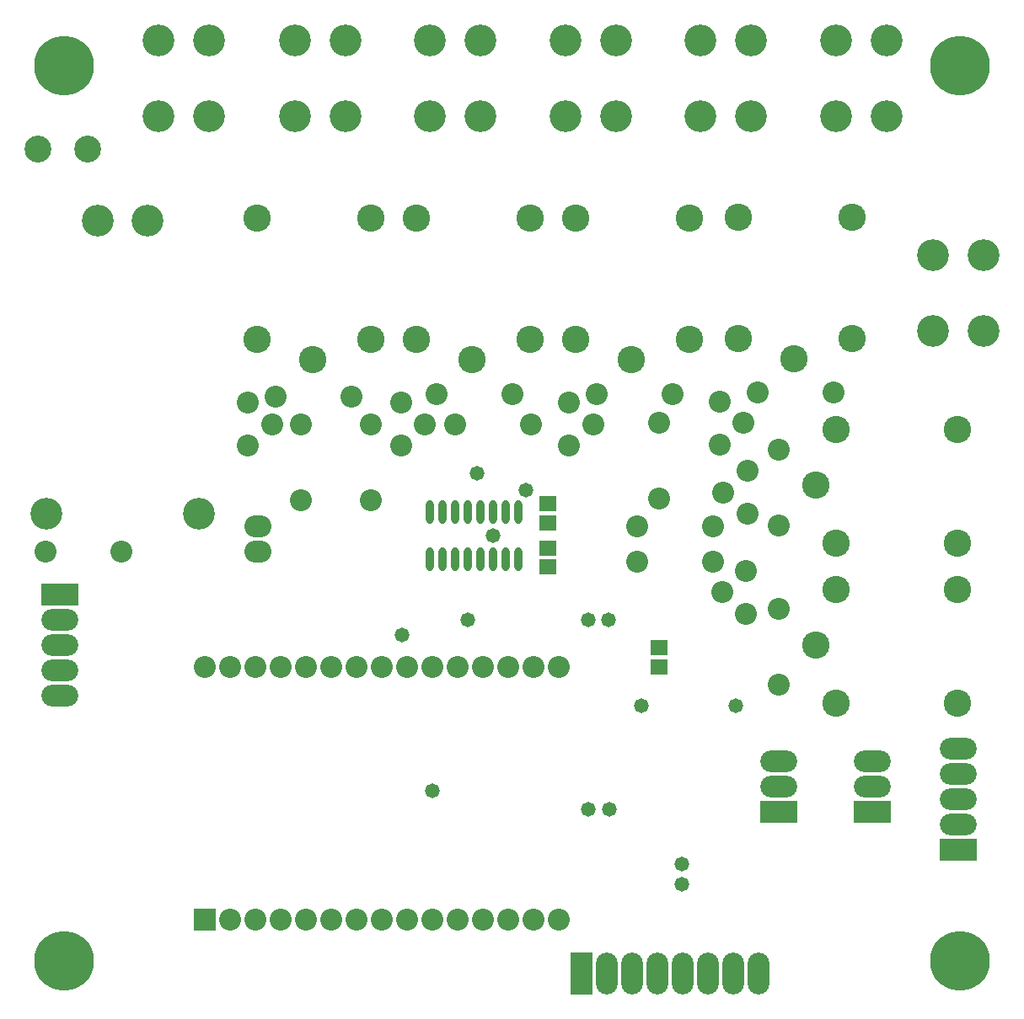
<source format=gbr>
G04*
G04 #@! TF.GenerationSoftware,Altium Limited,Altium Designer,24.3.1 (35)*
G04*
G04 Layer_Color=8388736*
%FSLAX25Y25*%
%MOIN*%
G70*
G04*
G04 #@! TF.SameCoordinates,46AF65BB-AA63-4F94-AAD3-FE113F2D5473*
G04*
G04*
G04 #@! TF.FilePolarity,Negative*
G04*
G01*
G75*
%ADD21O,0.03162X0.09461*%
%ADD22R,0.06706X0.05918*%
%ADD23C,0.08674*%
%ADD24R,0.08674X0.08674*%
%ADD25C,0.12611*%
%ADD26C,0.10800*%
%ADD27O,0.10642X0.08674*%
%ADD28O,0.14580X0.08674*%
%ADD29R,0.14580X0.08674*%
%ADD30O,0.08674X0.16548*%
%ADD31R,0.08674X0.16548*%
%ADD32O,0.08674X0.16548*%
%ADD33C,0.10642*%
%ADD34C,0.23635*%
%ADD35C,0.05800*%
%ADD36C,0.04737*%
D21*
X199500Y197449D02*
D03*
X194500D02*
D03*
X189500D02*
D03*
X184500D02*
D03*
X179500D02*
D03*
X174500D02*
D03*
X169500D02*
D03*
X164500D02*
D03*
X199500Y178551D02*
D03*
X194500D02*
D03*
X189500D02*
D03*
X184500D02*
D03*
X179500D02*
D03*
X174500D02*
D03*
X169500D02*
D03*
X164500D02*
D03*
D22*
X211000Y183000D02*
D03*
Y175520D02*
D03*
Y193000D02*
D03*
Y200480D02*
D03*
X255000Y143500D02*
D03*
Y136020D02*
D03*
D23*
X215500Y136000D02*
D03*
X205500D02*
D03*
X195500D02*
D03*
X185500D02*
D03*
X175500D02*
D03*
X165500D02*
D03*
X155500D02*
D03*
X145500D02*
D03*
X135500D02*
D03*
X125500D02*
D03*
X115500D02*
D03*
X105500D02*
D03*
X95500D02*
D03*
X85500D02*
D03*
X75500D02*
D03*
X215500Y36000D02*
D03*
X205500D02*
D03*
X195500D02*
D03*
X185500D02*
D03*
X175500D02*
D03*
X165500D02*
D03*
X155500D02*
D03*
X145500D02*
D03*
X135500D02*
D03*
X125500D02*
D03*
X115500D02*
D03*
X105500D02*
D03*
X95500D02*
D03*
X85500D02*
D03*
X289500Y174000D02*
D03*
X280000Y165500D02*
D03*
X289500Y157000D02*
D03*
X302500Y159000D02*
D03*
Y129000D02*
D03*
X276500Y177500D02*
D03*
X246500D02*
D03*
X92500Y240500D02*
D03*
X102000Y232000D02*
D03*
X92500Y223500D02*
D03*
X133500Y243000D02*
D03*
X103500D02*
D03*
X113500Y202000D02*
D03*
Y232000D02*
D03*
X153000Y240500D02*
D03*
X162500Y232000D02*
D03*
X153000Y223500D02*
D03*
X141000Y202000D02*
D03*
Y232000D02*
D03*
X197000Y244000D02*
D03*
X167000D02*
D03*
X174500Y232000D02*
D03*
X204500D02*
D03*
X219500Y240500D02*
D03*
X229000Y232000D02*
D03*
X219500Y223500D02*
D03*
X260500Y244000D02*
D03*
X230500D02*
D03*
X255000Y202500D02*
D03*
Y232500D02*
D03*
X279000Y241000D02*
D03*
X288500Y232500D02*
D03*
X279000Y224000D02*
D03*
X324000Y244500D02*
D03*
X294000D02*
D03*
X246500Y191500D02*
D03*
X276500D02*
D03*
X302500Y192000D02*
D03*
Y222000D02*
D03*
X290000Y196500D02*
D03*
X280500Y205000D02*
D03*
X290000Y213500D02*
D03*
X12500Y181500D02*
D03*
X42500D02*
D03*
D24*
X75500Y36000D02*
D03*
D25*
X383500Y299000D02*
D03*
Y269000D02*
D03*
X363500Y299000D02*
D03*
Y269000D02*
D03*
X12528Y196752D02*
D03*
X73157D02*
D03*
X33000Y312500D02*
D03*
X52685D02*
D03*
X77000Y384000D02*
D03*
Y354000D02*
D03*
X57000Y384000D02*
D03*
Y354000D02*
D03*
X131000Y384000D02*
D03*
Y354000D02*
D03*
X111000Y384000D02*
D03*
Y354000D02*
D03*
X184500Y384000D02*
D03*
Y354000D02*
D03*
X164500Y384000D02*
D03*
Y354000D02*
D03*
X238000Y384000D02*
D03*
Y354000D02*
D03*
X218000Y384000D02*
D03*
Y354000D02*
D03*
X291500Y384000D02*
D03*
Y354000D02*
D03*
X271500Y384000D02*
D03*
Y354000D02*
D03*
X345000Y384000D02*
D03*
Y354000D02*
D03*
X325000Y384000D02*
D03*
Y354000D02*
D03*
D26*
Y166500D02*
D03*
Y121500D02*
D03*
X317000Y144500D02*
D03*
X373000Y166500D02*
D03*
Y121500D02*
D03*
Y185000D02*
D03*
Y230000D02*
D03*
X317000Y208000D02*
D03*
X325000Y185000D02*
D03*
Y230000D02*
D03*
X141000Y313500D02*
D03*
X96000D02*
D03*
X118000Y257500D02*
D03*
X141000Y265500D02*
D03*
X96000D02*
D03*
X204000Y313500D02*
D03*
X159000D02*
D03*
X181000Y257500D02*
D03*
X204000Y265500D02*
D03*
X159000D02*
D03*
X267000Y313500D02*
D03*
X222000D02*
D03*
X244000Y257500D02*
D03*
X267000Y265500D02*
D03*
X222000D02*
D03*
X331500Y314000D02*
D03*
X286500D02*
D03*
X308500Y258000D02*
D03*
X331500Y266000D02*
D03*
X286500D02*
D03*
D27*
X96500Y181500D02*
D03*
Y191500D02*
D03*
D28*
X373500Y73500D02*
D03*
Y83500D02*
D03*
Y93500D02*
D03*
Y103500D02*
D03*
X339500Y88500D02*
D03*
Y98500D02*
D03*
X302500Y88500D02*
D03*
Y98500D02*
D03*
X18000Y154500D02*
D03*
Y144500D02*
D03*
Y134500D02*
D03*
Y124500D02*
D03*
D29*
X373500Y63500D02*
D03*
X339500Y78500D02*
D03*
X302500D02*
D03*
X18000Y164500D02*
D03*
D30*
X264500Y14500D02*
D03*
X244500D02*
D03*
X254500D02*
D03*
X284500D02*
D03*
X274500D02*
D03*
X294500D02*
D03*
D31*
X224500D02*
D03*
D32*
X234500D02*
D03*
D33*
X9315Y341000D02*
D03*
X29000D02*
D03*
D34*
X19685Y19685D02*
D03*
Y374016D02*
D03*
X374016D02*
D03*
Y19685D02*
D03*
D35*
X165500Y87000D02*
D03*
X264000Y58000D02*
D03*
Y50000D02*
D03*
X285500Y120500D02*
D03*
X248000D02*
D03*
X235500Y79500D02*
D03*
X227000D02*
D03*
X235000Y154500D02*
D03*
X227000D02*
D03*
X189500Y188000D02*
D03*
X183000Y212500D02*
D03*
X153500Y148500D02*
D03*
X179500Y154750D02*
D03*
X202500Y205800D02*
D03*
D36*
X25810Y13560D02*
D03*
X13560D02*
D03*
X11024Y19685D02*
D03*
X13560Y25810D02*
D03*
X26006Y25908D02*
D03*
X28543Y19783D02*
D03*
X19685Y11024D02*
D03*
Y28346D02*
D03*
X25810Y367891D02*
D03*
X13560D02*
D03*
X11024Y374016D02*
D03*
X13560Y380140D02*
D03*
X26006Y380239D02*
D03*
X28543Y374114D02*
D03*
X19685Y365354D02*
D03*
Y382677D02*
D03*
X380140Y367891D02*
D03*
X367891D02*
D03*
X365354Y374016D02*
D03*
X367891Y380140D02*
D03*
X380337Y380239D02*
D03*
X382874Y374114D02*
D03*
X374016Y365354D02*
D03*
Y382677D02*
D03*
X380140Y13560D02*
D03*
X367891D02*
D03*
X365354Y19685D02*
D03*
X367891Y25810D02*
D03*
X380337Y25908D02*
D03*
X382874Y19783D02*
D03*
X374016Y11024D02*
D03*
Y28346D02*
D03*
M02*

</source>
